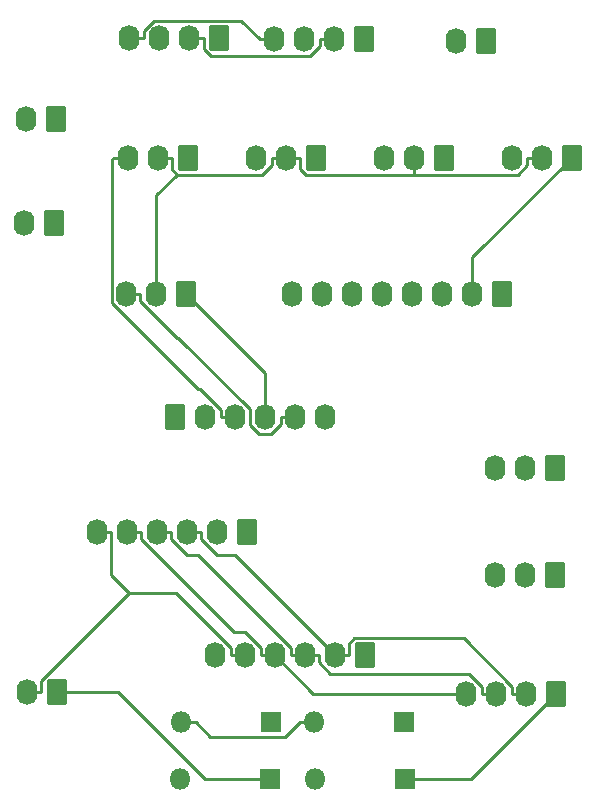
<source format=gbr>
%TF.GenerationSoftware,KiCad,Pcbnew,7.0.9*%
%TF.CreationDate,2023-11-25T11:24:35+10:00*%
%TF.ProjectId,VHF-FM,5648462d-464d-42e6-9b69-6361645f7063,rev?*%
%TF.SameCoordinates,Original*%
%TF.FileFunction,Copper,L2,Bot*%
%TF.FilePolarity,Positive*%
%FSLAX46Y46*%
G04 Gerber Fmt 4.6, Leading zero omitted, Abs format (unit mm)*
G04 Created by KiCad (PCBNEW 7.0.9) date 2023-11-25 11:24:35*
%MOMM*%
%LPD*%
G01*
G04 APERTURE LIST*
G04 Aperture macros list*
%AMRoundRect*
0 Rectangle with rounded corners*
0 $1 Rounding radius*
0 $2 $3 $4 $5 $6 $7 $8 $9 X,Y pos of 4 corners*
0 Add a 4 corners polygon primitive as box body*
4,1,4,$2,$3,$4,$5,$6,$7,$8,$9,$2,$3,0*
0 Add four circle primitives for the rounded corners*
1,1,$1+$1,$2,$3*
1,1,$1+$1,$4,$5*
1,1,$1+$1,$6,$7*
1,1,$1+$1,$8,$9*
0 Add four rect primitives between the rounded corners*
20,1,$1+$1,$2,$3,$4,$5,0*
20,1,$1+$1,$4,$5,$6,$7,0*
20,1,$1+$1,$6,$7,$8,$9,0*
20,1,$1+$1,$8,$9,$2,$3,0*%
G04 Aperture macros list end*
%TA.AperFunction,ComponentPad*%
%ADD10RoundRect,0.250000X0.620000X0.845000X-0.620000X0.845000X-0.620000X-0.845000X0.620000X-0.845000X0*%
%TD*%
%TA.AperFunction,ComponentPad*%
%ADD11O,1.740000X2.190000*%
%TD*%
%TA.AperFunction,ComponentPad*%
%ADD12RoundRect,0.250000X-0.620000X-0.845000X0.620000X-0.845000X0.620000X0.845000X-0.620000X0.845000X0*%
%TD*%
%TA.AperFunction,ComponentPad*%
%ADD13R,1.800000X1.800000*%
%TD*%
%TA.AperFunction,ComponentPad*%
%ADD14O,1.800000X1.800000*%
%TD*%
%TA.AperFunction,Conductor*%
%ADD15C,0.250000*%
%TD*%
G04 APERTURE END LIST*
D10*
%TO.P,J5,1,Pin_1*%
%TO.N,GND*%
X149170000Y-71010000D03*
D11*
%TO.P,J5,2,Pin_2*%
%TO.N,/VHF__FM_ENC_1_A*%
X146630000Y-71010000D03*
%TO.P,J5,3,Pin_3*%
%TO.N,/VHF__FM_ENC_1_B*%
X144090000Y-71010000D03*
%TO.P,J5,4,Pin_4*%
%TO.N,/VHF__FM_ENC_2_A*%
X141550000Y-71010000D03*
%TO.P,J5,5,Pin_5*%
%TO.N,/VHF__FM_ENC_2_B*%
X139010000Y-71010000D03*
%TO.P,J5,6,Pin_6*%
%TO.N,/VHF__FM_ENC_3_A*%
X136470000Y-71010000D03*
%TO.P,J5,7,Pin_7*%
%TO.N,/VHF__FM_ENC_3_B*%
X133930000Y-71010000D03*
%TO.P,J5,8,Pin_8*%
%TO.N,unconnected-(J5-Pin_8-Pad8)*%
X131390000Y-71010000D03*
%TD*%
D12*
%TO.P,VHF_FM_ENC_2,1,Pin_1*%
%TO.N,GND*%
X121470000Y-81470000D03*
D11*
%TO.P,VHF_FM_ENC_2,2,Pin_2*%
%TO.N,/VHF__FM_ENC_4_A*%
X124010000Y-81470000D03*
%TO.P,VHF_FM_ENC_2,3,Pin_3*%
%TO.N,/VHF__FM_ENC_4_B*%
X126550000Y-81470000D03*
%TO.P,VHF_FM_ENC_2,4,Pin_4*%
%TO.N,/VHF__FM_PRESET_A*%
X129090000Y-81470000D03*
%TO.P,VHF_FM_ENC_2,5,Pin_5*%
%TO.N,/VHF__FM_PRESET_B*%
X131630000Y-81470000D03*
%TO.P,VHF_FM_ENC_2,6,Pin_6*%
%TO.N,unconnected-(VHF_FM_ENC_2-Pin_6-Pad6)*%
X134170000Y-81470000D03*
%TD*%
D10*
%TO.P,SW5,1,1*%
%TO.N,/VHF__FM_ENC_3_A*%
X133370000Y-59490000D03*
D11*
%TO.P,SW5,2,2*%
%TO.N,GND*%
X130830000Y-59490000D03*
%TO.P,SW5,3,3*%
%TO.N,/VHF__FM_ENC_3_B*%
X128290000Y-59490000D03*
%TD*%
D10*
%TO.P,J8,1,Pin_1*%
%TO.N,/ANALOG_5V*%
X153630000Y-94820000D03*
D11*
%TO.P,J8,2,Pin_2*%
%TO.N,/VHF_FM_VOL*%
X151090000Y-94820000D03*
%TO.P,J8,3,Pin_3*%
%TO.N,/ANALOG_GND*%
X148550000Y-94820000D03*
%TD*%
D10*
%TO.P,J7,1,Pin_1*%
%TO.N,Net-(D2-K)*%
X153720000Y-104870000D03*
D11*
%TO.P,J7,2,Pin_2*%
%TO.N,/ROW0*%
X151180000Y-104870000D03*
%TO.P,J7,3,Pin_3*%
%TO.N,/ROW1*%
X148640000Y-104870000D03*
%TO.P,J7,4,Pin_4*%
%TO.N,/ROW2*%
X146100000Y-104870000D03*
%TD*%
D10*
%TO.P,J6,1,Pin_1*%
%TO.N,Net-(D1-K)*%
X137530000Y-101610000D03*
D11*
%TO.P,J6,2,Pin_2*%
%TO.N,/ROW0*%
X134990000Y-101610000D03*
%TO.P,J6,3,Pin_3*%
%TO.N,/ROW1*%
X132450000Y-101610000D03*
%TO.P,J6,4,Pin_4*%
%TO.N,/ROW2*%
X129910000Y-101610000D03*
%TO.P,J6,5,Pin_5*%
%TO.N,/ROW3*%
X127370000Y-101610000D03*
%TO.P,J6,6,Pin_6*%
%TO.N,unconnected-(J6-Pin_6-Pad6)*%
X124830000Y-101610000D03*
%TD*%
D10*
%TO.P,J4,1,Pin_1*%
%TO.N,Net-(J1-Pin_1)*%
X125220000Y-49320000D03*
D11*
%TO.P,J4,2,Pin_2*%
%TO.N,Net-(J1-Pin_2)*%
X122680000Y-49320000D03*
%TO.P,J4,3,Pin_3*%
%TO.N,Net-(J1-Pin_3)*%
X120140000Y-49320000D03*
%TO.P,J4,4,Pin_4*%
%TO.N,Net-(J1-Pin_4)*%
X117600000Y-49320000D03*
%TD*%
D10*
%TO.P,J3,1,Pin_1*%
%TO.N,Net-(J2-Pin_1)*%
X111250000Y-65030000D03*
D11*
%TO.P,J3,2,Pin_2*%
%TO.N,Net-(J2-Pin_2)*%
X108710000Y-65030000D03*
%TD*%
D10*
%TO.P,J2,1,Pin_1*%
%TO.N,Net-(J2-Pin_1)*%
X111410000Y-56220000D03*
D11*
%TO.P,J2,2,Pin_2*%
%TO.N,Net-(J2-Pin_2)*%
X108870000Y-56220000D03*
%TD*%
D10*
%TO.P,J1,1,Pin_1*%
%TO.N,Net-(J1-Pin_1)*%
X137440000Y-49470000D03*
D11*
%TO.P,J1,2,Pin_2*%
%TO.N,Net-(J1-Pin_2)*%
X134900000Y-49470000D03*
%TO.P,J1,3,Pin_3*%
%TO.N,Net-(J1-Pin_3)*%
X132360000Y-49470000D03*
%TO.P,J1,4,Pin_4*%
%TO.N,Net-(J1-Pin_4)*%
X129820000Y-49470000D03*
%TD*%
D10*
%TO.P,SW7,1,1*%
%TO.N,Net-(D4-K)*%
X147810000Y-49600000D03*
D11*
%TO.P,SW7,2,2*%
%TO.N,/ROW4*%
X145270000Y-49600000D03*
%TD*%
D10*
%TO.P,RV1,1,1*%
%TO.N,/ANALOG_5V*%
X153630000Y-85750000D03*
D11*
%TO.P,RV1,2,2*%
%TO.N,/VHF_FM_VOL*%
X151090000Y-85750000D03*
%TO.P,RV1,3,3*%
%TO.N,/ANALOG_GND*%
X148550000Y-85750000D03*
%TD*%
D13*
%TO.P,D4,1,K*%
%TO.N,Net-(D4-K)*%
X129610000Y-107280000D03*
D14*
%TO.P,D4,2,A*%
%TO.N,/COL6*%
X121990000Y-107280000D03*
%TD*%
D10*
%TO.P,J9,1,Pin_1*%
%TO.N,/COL6*%
X127570000Y-91170000D03*
D11*
%TO.P,J9,2,Pin_2*%
%TO.N,/COL7*%
X125030000Y-91170000D03*
%TO.P,J9,3,Pin_3*%
%TO.N,/ROW0*%
X122490000Y-91170000D03*
%TO.P,J9,4,Pin_4*%
%TO.N,/ROW1*%
X119950000Y-91170000D03*
%TO.P,J9,5,Pin_5*%
%TO.N,/ROW2*%
X117410000Y-91170000D03*
%TO.P,J9,6,Pin_6*%
%TO.N,/ROW3*%
X114870000Y-91170000D03*
%TD*%
D10*
%TO.P,SW3,1,1*%
%TO.N,/VHF__FM_ENC_1_A*%
X155030000Y-59490000D03*
D11*
%TO.P,SW3,2,2*%
%TO.N,GND*%
X152490000Y-59490000D03*
%TO.P,SW3,3,3*%
%TO.N,/VHF__FM_ENC_1_B*%
X149950000Y-59490000D03*
%TD*%
D13*
%TO.P,D2,1,K*%
%TO.N,Net-(D2-K)*%
X140960000Y-112100000D03*
D14*
%TO.P,D2,2,A*%
%TO.N,/COL7*%
X133340000Y-112100000D03*
%TD*%
D10*
%TO.P,SW1,1,1*%
%TO.N,/VHF__FM_PRESET_A*%
X122410000Y-71010000D03*
D11*
%TO.P,SW1,2,2*%
%TO.N,GND*%
X119870000Y-71010000D03*
%TO.P,SW1,3,3*%
%TO.N,/VHF__FM_PRESET_B*%
X117330000Y-71010000D03*
%TD*%
D13*
%TO.P,D1,1,K*%
%TO.N,Net-(D1-K)*%
X140880000Y-107280000D03*
D14*
%TO.P,D1,2,A*%
%TO.N,/COL6*%
X133260000Y-107280000D03*
%TD*%
D10*
%TO.P,SW2,1,1*%
%TO.N,/VHF__FM_ENC_2_A*%
X144200000Y-59490000D03*
D11*
%TO.P,SW2,2,2*%
%TO.N,GND*%
X141660000Y-59490000D03*
%TO.P,SW2,3,3*%
%TO.N,/VHF__FM_ENC_2_B*%
X139120000Y-59490000D03*
%TD*%
D13*
%TO.P,D3,1,K*%
%TO.N,Net-(D3-K)*%
X129540000Y-112100000D03*
D14*
%TO.P,D3,2,A*%
%TO.N,/COL7*%
X121920000Y-112100000D03*
%TD*%
D10*
%TO.P,SW4,1,1*%
%TO.N,/VHF__FM_ENC_4_A*%
X122540000Y-59490000D03*
D11*
%TO.P,SW4,2,2*%
%TO.N,GND*%
X120000000Y-59490000D03*
%TO.P,SW4,3,3*%
%TO.N,/VHF__FM_ENC_4_B*%
X117460000Y-59490000D03*
%TD*%
D10*
%TO.P,SW6,1,1*%
%TO.N,Net-(D3-K)*%
X111490000Y-104750000D03*
D11*
%TO.P,SW6,2,2*%
%TO.N,/ROW3*%
X108950000Y-104750000D03*
%TD*%
D15*
%TO.N,/VHF__FM_ENC_4_B*%
X125354700Y-80842400D02*
X125354700Y-81470000D01*
X123578000Y-79065700D02*
X125354700Y-80842400D01*
X123388800Y-79065700D02*
X123578000Y-79065700D01*
X116133100Y-71810000D02*
X123388800Y-79065700D01*
X116133100Y-59621600D02*
X116133100Y-71810000D01*
X116264700Y-59490000D02*
X116133100Y-59621600D01*
X117460000Y-59490000D02*
X116264700Y-59490000D01*
X126550000Y-81470000D02*
X125354700Y-81470000D01*
%TO.N,/VHF__FM_PRESET_B*%
X130434700Y-82067600D02*
X130434700Y-81470000D01*
X129601700Y-82900600D02*
X130434700Y-82067600D01*
X128604600Y-82900600D02*
X129601700Y-82900600D01*
X127820000Y-82116000D02*
X128604600Y-82900600D01*
X127820000Y-80806100D02*
X127820000Y-82116000D01*
X121729600Y-74715700D02*
X127820000Y-80806100D01*
X121642900Y-74715700D02*
X121729600Y-74715700D01*
X118525300Y-71598100D02*
X121642900Y-74715700D01*
X118525300Y-71010000D02*
X118525300Y-71598100D01*
X117330000Y-71010000D02*
X118525300Y-71010000D01*
X131630000Y-81470000D02*
X130434700Y-81470000D01*
%TO.N,/VHF__FM_PRESET_A*%
X129090000Y-77690000D02*
X129090000Y-81470000D01*
X122410000Y-71010000D02*
X129090000Y-77690000D01*
%TO.N,/VHF__FM_ENC_1_A*%
X146630000Y-67890000D02*
X146630000Y-71010000D01*
X155030000Y-59490000D02*
X146630000Y-67890000D01*
%TO.N,Net-(J1-Pin_4)*%
X118795300Y-48722300D02*
X118795300Y-49320000D01*
X119638800Y-47878800D02*
X118795300Y-48722300D01*
X127033500Y-47878800D02*
X119638800Y-47878800D01*
X128624700Y-49470000D02*
X127033500Y-47878800D01*
X129820000Y-49470000D02*
X128624700Y-49470000D01*
X117600000Y-49320000D02*
X118795300Y-49320000D01*
%TO.N,Net-(J1-Pin_2)*%
X123875300Y-50291200D02*
X123875300Y-49320000D01*
X124485400Y-50901300D02*
X123875300Y-50291200D01*
X132871000Y-50901300D02*
X124485400Y-50901300D01*
X133704700Y-50067600D02*
X132871000Y-50901300D01*
X133704700Y-49470000D02*
X133704700Y-50067600D01*
X134900000Y-49470000D02*
X133704700Y-49470000D01*
X122680000Y-49320000D02*
X123875300Y-49320000D01*
%TO.N,GND*%
X152490000Y-59490000D02*
X151294700Y-59490000D01*
X130830000Y-59490000D02*
X132025300Y-59490000D01*
X141660000Y-59490000D02*
X141660000Y-60910300D01*
X151294700Y-60087600D02*
X151294700Y-59490000D01*
X150470900Y-60911400D02*
X151294700Y-60087600D01*
X141661100Y-60911400D02*
X150470900Y-60911400D01*
X141660000Y-60910300D02*
X141661100Y-60911400D01*
X132025300Y-60461200D02*
X132025300Y-59490000D01*
X132530200Y-60966100D02*
X132025300Y-60461200D01*
X141604200Y-60966100D02*
X132530200Y-60966100D01*
X141660000Y-60910300D02*
X141604200Y-60966100D01*
X120000000Y-59490000D02*
X121195300Y-59490000D01*
X130830000Y-59490000D02*
X129634700Y-59490000D01*
X119870000Y-62686900D02*
X119870000Y-71010000D01*
X121645500Y-60911400D02*
X119870000Y-62686900D01*
X121195300Y-60461200D02*
X121645500Y-60911400D01*
X121195300Y-59490000D02*
X121195300Y-60461200D01*
X129634700Y-60087600D02*
X129634700Y-59490000D01*
X128810900Y-60911400D02*
X129634700Y-60087600D01*
X121645500Y-60911400D02*
X128810900Y-60911400D01*
%TO.N,/ROW3*%
X114870000Y-91170000D02*
X116065300Y-91170000D01*
X127370000Y-101610000D02*
X126174700Y-101610000D01*
X108950000Y-104750000D02*
X110145300Y-104750000D01*
X116065300Y-94838600D02*
X117575400Y-96348700D01*
X116065300Y-91170000D02*
X116065300Y-94838600D01*
X121511000Y-96348700D02*
X117575400Y-96348700D01*
X126174700Y-101012400D02*
X121511000Y-96348700D01*
X126174700Y-101610000D02*
X126174700Y-101012400D01*
X110145300Y-103778800D02*
X110145300Y-104750000D01*
X117575400Y-96348700D02*
X110145300Y-103778800D01*
%TO.N,/ROW2*%
X133170000Y-104870000D02*
X129910000Y-101610000D01*
X146100000Y-104870000D02*
X133170000Y-104870000D01*
X128714700Y-101012400D02*
X128714700Y-101610000D01*
X127343300Y-99641000D02*
X128714700Y-101012400D01*
X126478700Y-99641000D02*
X127343300Y-99641000D01*
X118605300Y-91767600D02*
X126478700Y-99641000D01*
X118605300Y-91170000D02*
X118605300Y-91767600D01*
X117410000Y-91170000D02*
X118605300Y-91170000D01*
X129910000Y-101610000D02*
X128714700Y-101610000D01*
%TO.N,/ROW1*%
X131254700Y-101012400D02*
X131254700Y-101610000D01*
X123367500Y-93125200D02*
X131254700Y-101012400D01*
X122502800Y-93125200D02*
X123367500Y-93125200D01*
X121145300Y-91767700D02*
X122502800Y-93125200D01*
X121145300Y-91170000D02*
X121145300Y-91767700D01*
X119950000Y-91170000D02*
X121145300Y-91170000D01*
X132450000Y-101610000D02*
X131254700Y-101610000D01*
X133645300Y-102207700D02*
X133645300Y-101610000D01*
X134611600Y-103174000D02*
X133645300Y-102207700D01*
X146346300Y-103174000D02*
X134611600Y-103174000D01*
X147444700Y-104272400D02*
X146346300Y-103174000D01*
X147444700Y-104870000D02*
X147444700Y-104272400D01*
X148640000Y-104870000D02*
X147444700Y-104870000D01*
X132450000Y-101610000D02*
X133645300Y-101610000D01*
%TO.N,/ROW0*%
X126505200Y-93125200D02*
X134990000Y-101610000D01*
X125042800Y-93125200D02*
X126505200Y-93125200D01*
X123685300Y-91767700D02*
X125042800Y-93125200D01*
X123685300Y-91170000D02*
X123685300Y-91767700D01*
X122490000Y-91170000D02*
X123685300Y-91170000D01*
X136185300Y-100638800D02*
X136185300Y-101610000D01*
X136635300Y-100188800D02*
X136185300Y-100638800D01*
X145901100Y-100188800D02*
X136635300Y-100188800D01*
X149984700Y-104272400D02*
X145901100Y-100188800D01*
X149984700Y-104870000D02*
X149984700Y-104272400D01*
X151180000Y-104870000D02*
X149984700Y-104870000D01*
X134990000Y-101610000D02*
X136185300Y-101610000D01*
%TO.N,Net-(D3-K)*%
X116657300Y-104750000D02*
X111490000Y-104750000D01*
X124007300Y-112100000D02*
X116657300Y-104750000D01*
X129540000Y-112100000D02*
X124007300Y-112100000D01*
%TO.N,Net-(D2-K)*%
X146490000Y-112100000D02*
X153720000Y-104870000D01*
X140960000Y-112100000D02*
X146490000Y-112100000D01*
%TO.N,/COL6*%
X124440600Y-108505300D02*
X123215300Y-107280000D01*
X130809400Y-108505300D02*
X124440600Y-108505300D01*
X132034700Y-107280000D02*
X130809400Y-108505300D01*
X133260000Y-107280000D02*
X132034700Y-107280000D01*
X121990000Y-107280000D02*
X123215300Y-107280000D01*
%TD*%
M02*

</source>
